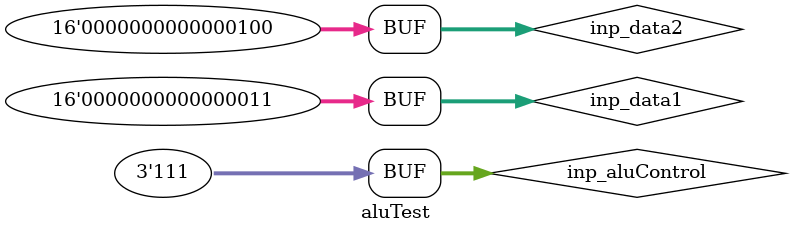
<source format=v>
`timescale 1ns / 1ps


module aluTest;

	// Inputs
	reg [15:0] inp_data1;
	reg [15:0] inp_data2;
	reg [2:0] inp_aluControl;

	// Outputs
	wire [15:0] out_resultAlu;
	wire out_zero;

	// Instantiate the Unit Under Test (UUT)
	ALU uut (
		.inp_data1(inp_data1), 
		.inp_data2(inp_data2), 
		.inp_aluControl(inp_aluControl), 
		.out_resultAlu(out_resultAlu), 
		.out_zero(out_zero)
	);

	initial begin
		// Initialize Inputs
		inp_data1 = 4;
		inp_data2 = 3;
		inp_aluControl = 0;
		#100;
		inp_data1 = 4;
		inp_data2 = 3;
		inp_aluControl = 1;
		#100;
		inp_data1 = 4;
		inp_data2 = 3;
		inp_aluControl = 2;
		#100;
		inp_data1 = 4;
		inp_data2 = 3;
		inp_aluControl = 3;
		#100;
		inp_data1 = 4;
		inp_data2 = 3;
		inp_aluControl = 4;
		#100;
		inp_data1 = 4;
		inp_data2 = 3;
		inp_aluControl = 5;
		#100;
		inp_data1 = 4;
		inp_data2 = 3;
		inp_aluControl = 6;
		#100;
		inp_data1 = 4;
		inp_data2 = 3;
		inp_aluControl = 7;
		#100;
		inp_data1 = 3;
		inp_data2 = 4;
		inp_aluControl = 7;
		#100;
        
		// Add stimulus here

	end
      
endmodule


</source>
